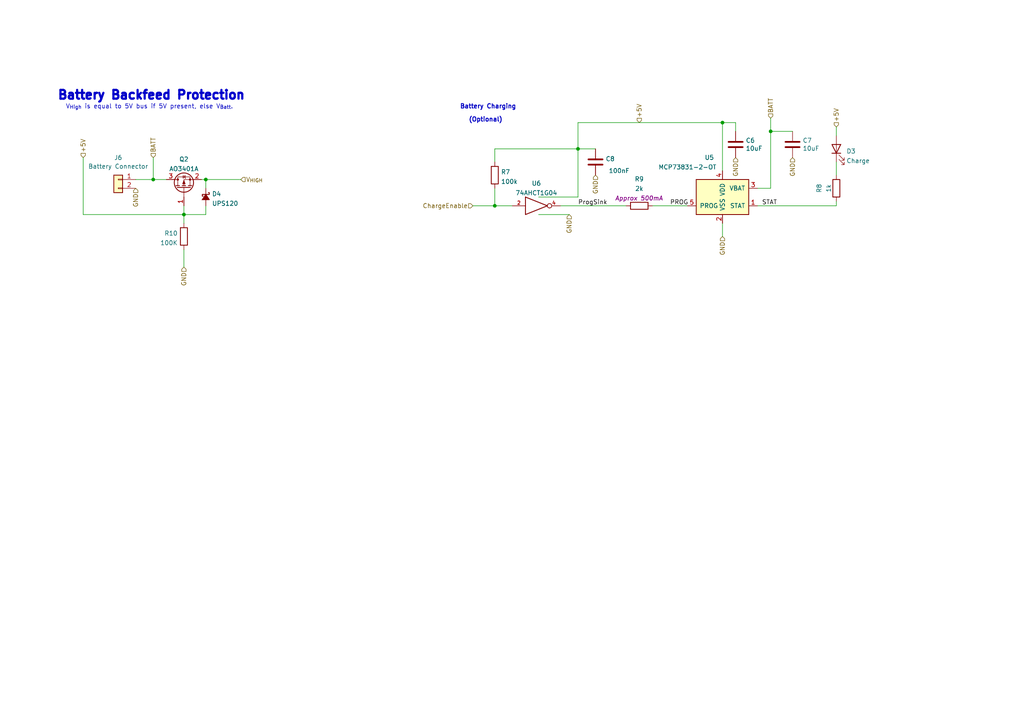
<source format=kicad_sch>
(kicad_sch (version 20211123) (generator eeschema)
  (paper "A4")
  (lib_symbols
    (symbol "74xGxx:74AHCT1G04" (pin_names (offset 1.016))
      (property "Reference" "U" (at -2.54 3.81 0))
      (property "Value" "74AHCT1G04" (at 0 -3.81 0))
      (symbol "74AHCT1G04_0_1"
        (polyline (pts (xy -3.81 2.54) (xy -3.81 -2.54) (xy 2.54 0) (xy -3.81 2.54)) (stroke (width 0.254)))
      )
      (symbol "74AHCT1G04_1_1"
        (pin input line (at -7.62 0 0) (length 3.81) (name "~") (number "2"))
        (pin power_in line (at 0 -2.54 270) (length 0) hide (name "GND") (number "3"))
        (pin output inverted (at 6.35 0 180) (length 3.81) (name "~") (number "4"))
        (pin power_in line (at 0 2.54 90) (length 0) hide (name "VCC") (number "5"))
      )
    )
    (symbol "Battery_Management:MCP73831-2-OT" (pin_names (offset 1.016))
      (property "Reference" "U" (at -7.62 6.35 0))
      (property "Value" "MCP73831-2-OT" (at 1.27 6.35 0))
      (symbol "MCP73831-2-OT_0_1"
        (rectangle (start -7.62 5.08) (end 7.62 -5.08) (stroke (width 0.254)) (fill (type background)))
      )
      (symbol "MCP73831-2-OT_1_1"
        (pin output line (at 10.16 -2.54 180) (length 2.54) (name "STAT") (number "1"))
        (pin power_in line (at 0 -7.62 90) (length 2.54) (name "VSS") (number "2"))
        (pin power_out line (at 10.16 2.54 180) (length 2.54) (name "VBAT") (number "3"))
        (pin power_in line (at 0 7.62 270) (length 2.54) (name "VDD") (number "4"))
        (pin input line (at -10.16 -2.54 0) (length 2.54) (name "PROG") (number "5"))
      )
    )
    (symbol "Connector_Generic:Conn_01x02" (pin_names (offset 1.016) hide)
      (property "Reference" "J" (at 0 2.54 0))
      (property "Value" "Conn_01x02" (at 0 -5.08 0))
      (symbol "Conn_01x02_1_1"
        (rectangle (start -1.27 -2.413) (end 0 -2.667) (stroke (width 0.1524)))
        (rectangle (start -1.27 0.127) (end 0 -0.127) (stroke (width 0.1524)))
        (rectangle (start -1.27 1.27) (end 1.27 -3.81) (stroke (width 0.254)) (fill (type background)))
        (pin passive line (at -5.08 0 0) (length 3.81) (name "Pin_1") (number "1"))
        (pin passive line (at -5.08 -2.54 0) (length 3.81) (name "Pin_2") (number "2"))
      )
    )
    (symbol "Device:C" (pin_numbers hide) (pin_names (offset 0.254))
      (property "Reference" "C" (at 0.635 2.54 0))
      (property "Value" "C" (at 0.635 -2.54 0))
      (symbol "C_0_1"
        (polyline (pts (xy -2.032 -0.762) (xy 2.032 -0.762)) (stroke (width 0.508)))
        (polyline (pts (xy -2.032 0.762) (xy 2.032 0.762)) (stroke (width 0.508)))
      )
      (symbol "C_1_1"
        (pin passive line (at 0 3.81 270) (length 2.794) (name "~") (number "1"))
        (pin passive line (at 0 -3.81 90) (length 2.794) (name "~") (number "2"))
      )
    )
    (symbol "Device:LED" (pin_numbers hide) (pin_names (offset 1.016) hide)
      (property "Reference" "D" (at 0 2.54 0))
      (property "Value" "LED" (at 0 -2.54 0))
      (symbol "LED_0_1"
        (polyline (pts (xy -1.27 -1.27) (xy -1.27 1.27)) (stroke (width 0.254)))
        (polyline (pts (xy -1.27 0) (xy 1.27 0)))
        (polyline (pts (xy 1.27 -1.27) (xy 1.27 1.27) (xy -1.27 0) (xy 1.27 -1.27)) (stroke (width 0.254)))
        (polyline (pts (xy -3.048 -0.762) (xy -4.572 -2.286) (xy -3.81 -2.286) (xy -4.572 -2.286) (xy -4.572 -1.524)))
        (polyline (pts (xy -1.778 -0.762) (xy -3.302 -2.286) (xy -2.54 -2.286) (xy -3.302 -2.286) (xy -3.302 -1.524)))
      )
      (symbol "LED_1_1"
        (pin passive line (at -3.81 0 0) (length 2.54) (name "K") (number "1"))
        (pin passive line (at 3.81 0 180) (length 2.54) (name "A") (number "2"))
      )
    )
    (symbol "Device:R" (pin_numbers hide) (pin_names (offset 0))
      (property "Reference" "R" (at 2.032 0 90))
      (property "Value" "R" (at 0 0 90))
      (symbol "R_0_1"
        (rectangle (start -1.016 -2.54) (end 1.016 2.54) (stroke (width 0.254)))
      )
      (symbol "R_1_1"
        (pin passive line (at 0 3.81 270) (length 1.27) (name "~") (number "1"))
        (pin passive line (at 0 -3.81 90) (length 1.27) (name "~") (number "2"))
      )
    )
    (symbol "MikeLib:UPS120" (pin_numbers hide) (pin_names (offset 0.254) hide)
      (property "Reference" "D" (at -1.27 5.08 0))
      (property "Value" "UPS120" (at -3.81 2.54 0))
      (symbol "UPS120_0_1"
        (polyline (pts (xy -0.762 0) (xy 0.762 0)))
        (polyline (pts (xy 0.762 -1.016) (xy -0.762 0) (xy 0.762 1.016) (xy 0.762 -1.016)) (stroke (width 0.254)) (fill (type outline)))
        (polyline (pts (xy -1.27 0.762) (xy -1.27 1.016) (xy -0.762 1.016) (xy -0.762 -1.016) (xy -0.254 -1.016) (xy -0.254 -0.762)) (stroke (width 0.254)))
      )
      (symbol "UPS120_1_1"
        (pin passive line (at -2.54 0 0) (length 1.778) (name "K") (number "1"))
        (pin passive line (at 2.54 0 180) (length 1.778) (name "A") (number "2"))
      )
    )
    (symbol "Transistor_FET:AO3401A" (pin_names hide)
      (property "Reference" "Q" (at 5.08 1.905 0))
      (property "Value" "AO3401A" (at 5.08 0 0))
      (symbol "AO3401A_0_1"
        (polyline (pts (xy 0.254 0) (xy -2.54 0)))
        (polyline (pts (xy 0.254 1.905) (xy 0.254 -1.905)) (stroke (width 0.254)))
        (polyline (pts (xy 0.762 -1.27) (xy 0.762 -2.286)) (stroke (width 0.254)))
        (polyline (pts (xy 0.762 0.508) (xy 0.762 -0.508)) (stroke (width 0.254)))
        (polyline (pts (xy 0.762 2.286) (xy 0.762 1.27)) (stroke (width 0.254)))
        (polyline (pts (xy 2.54 2.54) (xy 2.54 1.778)))
        (polyline (pts (xy 2.54 -2.54) (xy 2.54 0) (xy 0.762 0)))
        (polyline (pts (xy 0.762 1.778) (xy 3.302 1.778) (xy 3.302 -1.778) (xy 0.762 -1.778)))
        (polyline (pts (xy 2.286 0) (xy 1.27 0.381) (xy 1.27 -0.381) (xy 2.286 0)) (fill (type outline)))
        (polyline (pts (xy 2.794 -0.508) (xy 2.921 -0.381) (xy 3.683 -0.381) (xy 3.81 -0.254)))
        (polyline (pts (xy 3.302 -0.381) (xy 2.921 0.254) (xy 3.683 0.254) (xy 3.302 -0.381)))
        (circle (center 1.651 0) (radius 2.794) (stroke (width 0.254)))
        (circle (center 2.54 -1.778) (radius 0.254) (fill (type outline)))
        (circle (center 2.54 1.778) (radius 0.254) (fill (type outline)))
      )
      (symbol "AO3401A_1_1"
        (pin input line (at -5.08 0 0) (length 2.54) (name "G") (number "1"))
        (pin passive line (at 2.54 -5.08 90) (length 2.54) (name "S") (number "2"))
        (pin passive line (at 2.54 5.08 270) (length 2.54) (name "D") (number "3"))
      )
    )
  )
  (junction (at 223.52 38.1))
  (junction (at 209.55 35.56))
  (junction (at 44.45 52.07))
  (junction (at 143.51 59.69))
  (junction (at 167.64 43.18))
  (junction (at 59.69 52.07))
  (junction (at 53.34 62.23))
  (wire (pts (xy 59.69 52.07) (xy 69.85 52.07)))
  (wire (pts (xy 143.51 59.69) (xy 148.59 59.69)))
  (wire (pts (xy 39.37 52.07) (xy 44.45 52.07)))
  (wire (pts (xy 219.71 59.69) (xy 242.57 59.69)))
  (wire (pts (xy 53.34 62.23) (xy 59.69 62.23)))
  (wire (pts (xy 156.21 57.15) (xy 167.64 57.15)))
  (wire (pts (xy 156.21 62.23) (xy 165.1 62.23)))
  (wire (pts (xy 58.42 52.07) (xy 59.69 52.07)))
  (wire (pts (xy 59.69 52.07) (xy 59.69 54.61)))
  (wire (pts (xy 44.45 45.72) (xy 44.45 52.07)))
  (wire (pts (xy 137.16 59.69) (xy 143.51 59.69)))
  (wire (pts (xy 223.52 34.29) (xy 223.52 38.1)))
  (wire (pts (xy 24.13 45.72) (xy 24.13 62.23)))
  (wire (pts (xy 209.55 35.56) (xy 209.55 49.53)))
  (wire (pts (xy 229.87 38.1) (xy 223.52 38.1)))
  (wire (pts (xy 209.55 64.77) (xy 209.55 68.58)))
  (wire (pts (xy 219.71 54.61) (xy 223.52 54.61)))
  (wire (pts (xy 242.57 50.8) (xy 242.57 46.99)))
  (wire (pts (xy 44.45 52.07) (xy 48.26 52.07)))
  (wire (pts (xy 24.13 62.23) (xy 53.34 62.23)))
  (wire (pts (xy 167.64 35.56) (xy 209.55 35.56)))
  (wire (pts (xy 162.56 59.69) (xy 181.61 59.69)))
  (wire (pts (xy 167.64 43.18) (xy 172.72 43.18)))
  (wire (pts (xy 143.51 54.61) (xy 143.51 59.69)))
  (wire (pts (xy 213.36 35.56) (xy 213.36 38.1)))
  (wire (pts (xy 143.51 43.18) (xy 143.51 46.99)))
  (wire (pts (xy 189.23 59.69) (xy 199.39 59.69)))
  (wire (pts (xy 223.52 54.61) (xy 223.52 38.1)))
  (wire (pts (xy 242.57 36.83) (xy 242.57 39.37)))
  (wire (pts (xy 53.34 72.39) (xy 53.34 77.47)))
  (wire (pts (xy 167.64 43.18) (xy 167.64 57.15)))
  (wire (pts (xy 167.64 35.56) (xy 167.64 43.18)))
  (wire (pts (xy 143.51 43.18) (xy 167.64 43.18)))
  (wire (pts (xy 53.34 62.23) (xy 53.34 64.77)))
  (wire (pts (xy 213.36 35.56) (xy 209.55 35.56)))
  (wire (pts (xy 59.69 62.23) (xy 59.69 59.69)))
  (wire (pts (xy 242.57 59.69) (xy 242.57 58.42)))
  (wire (pts (xy 53.34 62.23) (xy 53.34 59.69)))
  (text "Battery Charging" (at 133.35 31.75 0) (effects (font (size 1.27 1.27) bold) (justify left bottom)))
  (text "V_{High} is equal to 5V bus if 5V present, else V_{Batt}." (at 19.05 31.75 0) (effects (font (size 1.27 1.27)) (justify left bottom)))
  (text "(Optional)" (at 135.89 35.56 0) (effects (font (size 1.27 1.27) bold) (justify left bottom)))
  (text "Battery Backfeed Protection" (at 16.51 29.21 0) (effects (font (size 2.54 2.54) (thickness 1.016) bold) (justify left bottom)))
  (label "ProgSink" (at 167.64 59.69 0))
  (label "PROG" (at 194.31 59.69 0))
  (label "STAT" (at 220.98 59.69 0))
  (hierarchical_label "GND" (shape input) (at 229.87 45.72 270))
  (hierarchical_label "+5V" (shape input) (at 24.13 45.72 90))
  (hierarchical_label "+5V" (shape input) (at 242.57 36.83 90))
  (hierarchical_label "GND" (shape input) (at 39.37 54.61 270))
  (hierarchical_label "+5V" (shape input) (at 185.42 35.56 90))
  (hierarchical_label "GND" (shape input) (at 213.36 45.72 270))
  (hierarchical_label "BATT" (shape input) (at 44.45 45.72 90))
  (hierarchical_label "V_{HIGH}" (shape input) (at 69.85 52.07 0))
  (hierarchical_label "GND" (shape input) (at 165.1 62.23 270))
  (hierarchical_label "GND" (shape input) (at 53.34 77.47 270))
  (hierarchical_label "ChargeEnable" (shape input) (at 137.16 59.69 180))
  (hierarchical_label "BATT" (shape input) (at 223.52 34.29 90))
  (hierarchical_label "GND" (shape input) (at 209.55 68.58 270))
  (hierarchical_label "GND" (shape input) (at 172.72 50.8 270))
  (symbol (lib_id "Device:LED") (at 242.57 43.18 90) (unit 1)
    (property "Reference" "D3" (at 245.491 43.859 90) (effects (justify right)))
    (property "Value" "Charge" (at 245.491 46.6341 90) (effects (justify right)))
    (property "Footprint" "LED_SMD:LED_0603_1608Metric" (effects hide))
  )
  (symbol (lib_id "Device:R") (at 53.34 68.58 0) (mirror x) (unit 1)
    (property "Reference" "R10" (at 51.5619 67.6715 0) (effects (justify right)))
    (property "Value" "100K" (at 51.5619 70.4466 0) (effects (justify right)))
    (property "Footprint" "Resistor_SMD:R_0603_1608Metric" (effects hide))
  )
  (symbol (lib_id "74xGxx:74AHCT1G04") (at 156.21 59.69 0) (unit 1)
    (property "Reference" "U6" (at 155.575 53.1835 0))
    (property "Value" "74AHCT1G04" (at 155.575 55.9586 0))
    (property "Footprint" "Package_TO_SOT_SMD:SOT-353_SC-70-5" (effects hide))
    (property "Datasheet" "http://www.ti.com/lit/sg/scyt129e/scyt129e.pdf" (effects hide))
  )
  (symbol (lib_id "Battery_Management:MCP73831-2-OT") (at 209.55 57.15 0) (unit 1)
    (property "Reference" "U5" (at 205.74 45.6904 0))
    (property "Value" "MCP73831-2-OT" (at 199.39 48.4655 0))
    (property "Footprint" "Package_TO_SOT_SMD:SOT-23-5" (effects hide))
    (property "Datasheet" "http://ww1.microchip.com/downloads/en/DeviceDoc/20001984g.pdf" (effects hide))
  )
  (symbol (lib_id "Device:C") (at 172.72 46.99 0) (unit 1)
    (property "Reference" "C8" (at 175.641 46.0815 0) (effects (justify left)))
    (property "Value" "100nF" (at 176.53 49.53 0) (effects (justify left)))
    (property "Footprint" "Capacitor_SMD:C_0603_1608Metric" (effects hide))
  )
  (symbol (lib_id "Device:C") (at 213.36 41.91 0) (unit 1)
    (property "Reference" "C6" (at 216.281 40.7416 0) (effects (justify left)))
    (property "Value" "10uF" (at 216.281 43.053 0) (effects (justify left)))
    (property "Footprint" "Capacitor_SMD:C_0805_2012Metric" (effects hide))
  )
  (symbol (lib_id "Connector_Generic:Conn_01x02") (at 34.29 52.07 0) (mirror y) (unit 1)
    (property "Reference" "J6" (at 34.29 45.72 0))
    (property "Value" "Battery Connector" (at 34.29 48.26 0))
    (property "Footprint" "Connector_JST:JST_PH_S2B-PH-SM4-TB_1x02-1MP_P2.00mm_Horizontal" (effects hide))
  )
  (symbol (lib_id "Device:R") (at 185.42 59.69 90) (unit 1)
    (property "Reference" "R9" (at 185.42 51.9323 90))
    (property "Value" "2k" (at 185.42 54.7074 90))
    (property "Footprint" "Resistor_SMD:R_0603_1608Metric" (effects hide))
    (property "Rate" "Approx 500mA" (at 185.42 57.4825 90) (effects (font italic)))
  )
  (symbol (lib_id "Device:R") (at 242.57 54.61 180) (unit 1)
    (property "Reference" "R8" (at 237.5875 54.61 90))
    (property "Value" "1k" (at 240.3626 54.61 90))
    (property "Footprint" "Resistor_SMD:R_0603_1608Metric" (effects hide))
  )
  (symbol (lib_id "MikeLib:UPS120") (at 59.69 57.15 270) (unit 1)
    (property "Reference" "D4" (at 61.4681 56.2415 90) (effects (justify left)))
    (property "Value" "UPS120" (at 61.4681 59.0166 90) (effects (justify left)))
    (property "Footprint" "MikeFootprintLib:UPS120_D_Powermite_AK" (effects hide))
  )
  (symbol (lib_id "Device:C") (at 229.87 41.91 0) (unit 1)
    (property "Reference" "C7" (at 232.791 40.7416 0) (effects (justify left)))
    (property "Value" "10uF" (at 232.791 43.053 0) (effects (justify left)))
    (property "Footprint" "Capacitor_SMD:C_0805_2012Metric" (effects hide))
  )
  (symbol (lib_id "Device:R") (at 143.51 50.8 0) (unit 1)
    (property "Reference" "R7" (at 145.288 49.8915 0) (effects (justify left)))
    (property "Value" "100k" (at 145.288 52.6666 0) (effects (justify left)))
    (property "Footprint" "Resistor_SMD:R_0603_1608Metric" (effects hide))
  )
  (symbol (lib_id "Transistor_FET:AO3401A") (at 53.34 54.61 90) (unit 1)
    (property "Reference" "Q2" (at 53.34 46.1984 90))
    (property "Value" "AO3401A" (at 53.34 48.9735 90))
    (property "Footprint" "Package_TO_SOT_SMD:SOT-23" (effects hide))
    (property "Datasheet" "http://www.aosmd.com/pdfs/datasheet/AO3401A.pdf" (effects hide))
  )
)
</source>
